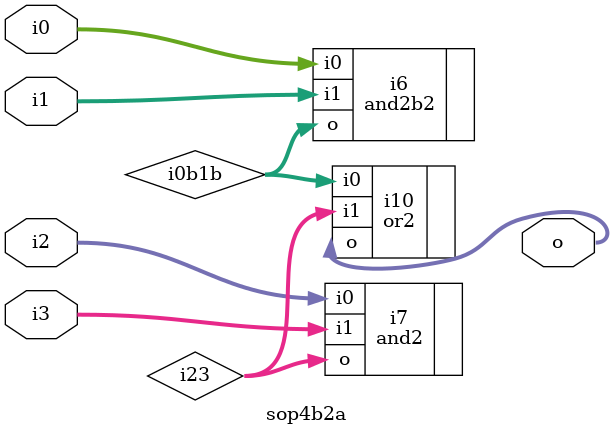
<source format=v>

module sop4b2a (o, i0, i1, i2, i3 );
// generated by Concept HDL Direct Version 1.7 08-Aug-94
// on Wed Sep  7 10:41:30 1994
// from /usr3/xiltest/concept/lib/xm3000/sop4b2a/logic

  parameter size = 0;

  output [size-1:0] o;
  input [size-1:0] i0;
  input [size-1:0] i1;
  input [size-1:0] i2;
  input [size-1:0] i3;

  wire [size-1:0] i0b1b;
  wire [size-1:0] i23;

// begin instances 

  and2b2 i6  (.i0(i0[size-1:0]),
	.i1(i1[size-1:0]),
	.o(i0b1b[size-1:0]));
  defparam i6.size = size;

  and2 i7  (.i0(i2[size-1:0]),
	.i1(i3[size-1:0]),
	.o(i23[size-1:0]));
  defparam i7.size = size;

  or2 i10  (.i0(i0b1b[size-1:0]),
	.i1(i23[size-1:0]),
	.o(o[size-1:0]));
  defparam i10.size = size;

endmodule // sop4b2a(logic) 

</source>
